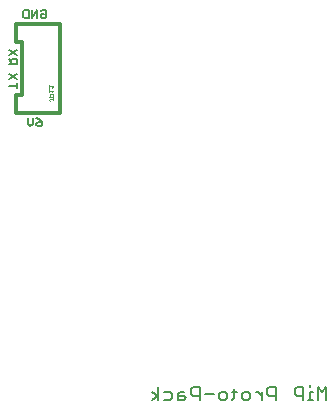
<source format=gbr>
G04 EAGLE Gerber RS-274X export*
G75*
%MOMM*%
%FSLAX34Y34*%
%LPD*%
%INSilkscreen Bottom*%
%IPPOS*%
%AMOC8*
5,1,8,0,0,1.08239X$1,22.5*%
G01*
%ADD10C,0.127000*%
%ADD11C,0.203200*%
%ADD12C,0.304800*%
%ADD13C,0.025400*%


D10*
X-166705Y345191D02*
X-165561Y346335D01*
X-163273Y346335D01*
X-162129Y345191D01*
X-162129Y340615D01*
X-163273Y339471D01*
X-165561Y339471D01*
X-166705Y340615D01*
X-166705Y342903D01*
X-164417Y342903D01*
X-169613Y339471D02*
X-169613Y346335D01*
X-174189Y339471D01*
X-174189Y346335D01*
X-177097Y346335D02*
X-177097Y339471D01*
X-180529Y339471D01*
X-181673Y340615D01*
X-181673Y345191D01*
X-180529Y346335D01*
X-177097Y346335D01*
X-187065Y300491D02*
X-193929Y300491D01*
X-187065Y300491D02*
X-187065Y303923D01*
X-188209Y305067D01*
X-190497Y305067D01*
X-191641Y303923D01*
X-191641Y300491D01*
X-191641Y302779D02*
X-193929Y305067D01*
X-187065Y307975D02*
X-193929Y312551D01*
X-193929Y307975D02*
X-187065Y312551D01*
X-187065Y282459D02*
X-193929Y282459D01*
X-187065Y280171D02*
X-187065Y284747D01*
X-187065Y287655D02*
X-193929Y292231D01*
X-193929Y287655D02*
X-187065Y292231D01*
X-170447Y254895D02*
X-168159Y253751D01*
X-165871Y251463D01*
X-165871Y249175D01*
X-167015Y248031D01*
X-169303Y248031D01*
X-170447Y249175D01*
X-170447Y250319D01*
X-169303Y251463D01*
X-165871Y251463D01*
X-173355Y250319D02*
X-173355Y254895D01*
X-173355Y250319D02*
X-175643Y248031D01*
X-177931Y250319D01*
X-177931Y254895D01*
D11*
X74995Y26933D02*
X74995Y16256D01*
X71436Y23374D02*
X74995Y26933D01*
X71436Y23374D02*
X67877Y26933D01*
X67877Y16256D01*
X63301Y23374D02*
X61521Y23374D01*
X61521Y16256D01*
X59742Y16256D02*
X63301Y16256D01*
X61521Y26933D02*
X61521Y28713D01*
X55505Y26933D02*
X55505Y16256D01*
X55505Y26933D02*
X50166Y26933D01*
X48387Y25154D01*
X48387Y21595D01*
X50166Y19815D01*
X55505Y19815D01*
X32117Y16256D02*
X32117Y26933D01*
X26779Y26933D01*
X24999Y25154D01*
X24999Y21595D01*
X26779Y19815D01*
X32117Y19815D01*
X20423Y16256D02*
X20423Y23374D01*
X20423Y19815D02*
X16864Y23374D01*
X15085Y23374D01*
X8899Y16256D02*
X5340Y16256D01*
X3560Y18036D01*
X3560Y21595D01*
X5340Y23374D01*
X8899Y23374D01*
X10678Y21595D01*
X10678Y18036D01*
X8899Y16256D01*
X-2795Y18036D02*
X-2795Y25154D01*
X-2795Y18036D02*
X-4575Y16256D01*
X-4575Y23374D02*
X-1016Y23374D01*
X-10591Y16256D02*
X-14150Y16256D01*
X-15930Y18036D01*
X-15930Y21595D01*
X-14150Y23374D01*
X-10591Y23374D01*
X-8812Y21595D01*
X-8812Y18036D01*
X-10591Y16256D01*
X-20506Y21595D02*
X-27624Y21595D01*
X-32200Y26933D02*
X-32200Y16256D01*
X-32200Y26933D02*
X-37538Y26933D01*
X-39318Y25154D01*
X-39318Y21595D01*
X-37538Y19815D01*
X-32200Y19815D01*
X-45673Y23374D02*
X-49232Y23374D01*
X-51012Y21595D01*
X-51012Y16256D01*
X-45673Y16256D01*
X-43894Y18036D01*
X-45673Y19815D01*
X-51012Y19815D01*
X-57367Y23374D02*
X-62706Y23374D01*
X-57367Y23374D02*
X-55588Y21595D01*
X-55588Y18036D01*
X-57367Y16256D01*
X-62706Y16256D01*
X-67282Y16256D02*
X-67282Y26933D01*
X-67282Y19815D02*
X-72620Y16256D01*
X-67282Y19815D02*
X-72620Y23374D01*
D12*
X-150720Y259320D02*
X-150720Y334320D01*
X-187720Y334320D01*
X-187720Y319320D01*
X-182720Y319320D01*
X-182720Y274320D01*
X-187720Y274320D01*
X-187720Y259320D01*
X-150720Y259320D01*
D13*
X-159257Y269367D02*
X-159893Y270003D01*
X-159893Y270638D01*
X-159257Y271274D01*
X-156080Y271274D01*
X-156080Y271909D02*
X-156080Y270638D01*
X-156080Y273109D02*
X-159893Y273109D01*
X-156080Y273109D02*
X-156080Y275016D01*
X-156715Y275651D01*
X-157986Y275651D01*
X-158622Y275016D01*
X-158622Y273109D01*
X-157351Y276851D02*
X-156080Y278122D01*
X-159893Y278122D01*
X-159893Y276851D02*
X-159893Y279393D01*
X-157351Y280593D02*
X-156080Y281864D01*
X-159893Y281864D01*
X-159893Y280593D02*
X-159893Y283135D01*
M02*

</source>
